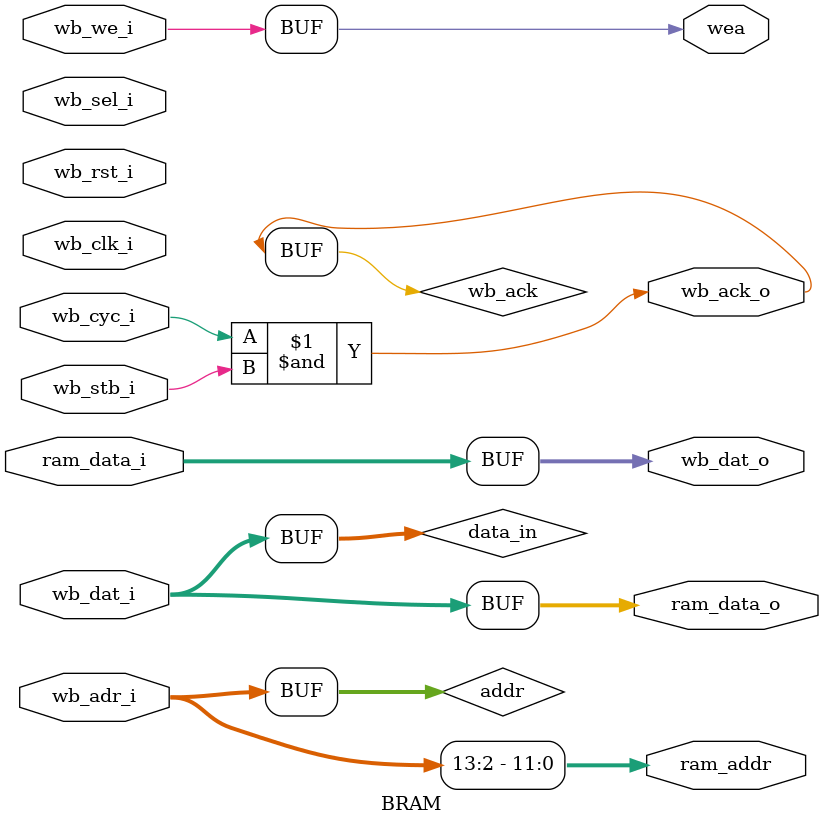
<source format=v>
`timescale 1ns / 1ps


`include "defines.v"

module BRAM(
	wb_clk_i, wb_rst_i, wb_cyc_i, wb_adr_i, wb_dat_i, wb_sel_i, wb_we_i, wb_stb_i,
	wb_dat_o, wb_ack_o,
	
	wea, ram_addr, ram_data_i, ram_data_o
    );
    
    //
    // WISHBONE Interface
    //
    input             	wb_clk_i;	// Clock
    input             	wb_rst_i;	// Reset
    input            	wb_cyc_i;	// cycle valid input
    input   [31:0]		wb_adr_i;	// address bus inputs
    input   [31:0]		wb_dat_i;	// input data bus
    input	[3:0]     	wb_sel_i;	// byte select inputs
    input             	wb_we_i;	// indicates write transfer
    input             	wb_stb_i;	// strobe input
    output  [31:0]		wb_dat_o;	// output data bus
    output 				wb_ack_o;	// normal termination
    
    output 				wea;
	output  [11:0] 		ram_addr;
    input   [31:0] 		ram_data_i;
    output  [31:0] 		ram_data_o;
    
    ////////////////////////////
	wire [31:0] addr = wb_adr_i;
	wire [31:0] data_in = wb_dat_i;
	
	////////////////////////////
    assign  wea = wb_we_i;
    assign	ram_data_o = wb_dat_i;
    assign  ram_addr = wb_adr_i[13:2];
    assign  wb_dat_o = ram_data_i;

    /*always @(posedge wb_clk_i) begin
    	if (wb_rst_i == `RstEnable) 
    		wb_dat_o <= 0;
    	else 
    		wb_dat_o <= ram_data_i;
    end*/
    
    //assign wb_ack_o = 1'b1;
    wire wb_ack;
    assign wb_ack = wb_cyc_i & wb_stb_i;
    //////////delay outputs//////////////
	/*always @(posedge wb_clk_i or negedge wb_rst_i)
    	if (wb_rst_i == `RstEnable)
    		wb_ack_o <= #1 1'b0;
    	else
    		wb_ack_o <= #1 wb_ack & ~wb_ack_o;*/
    /////////////////////////////////////
    assign wb_ack_o = wb_ack;

endmodule
</source>
